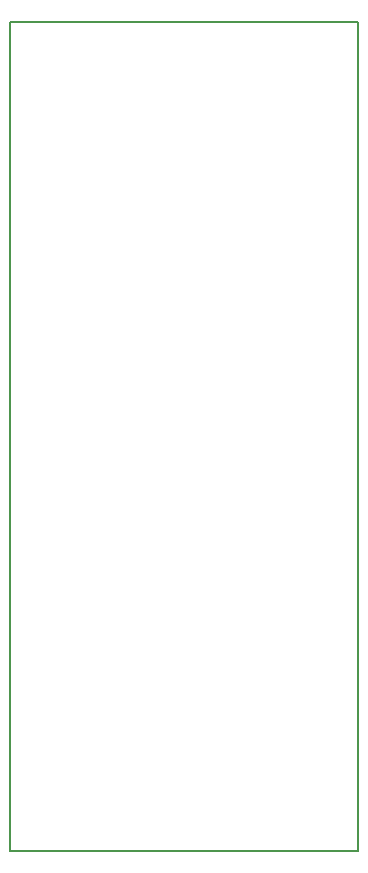
<source format=gbr>
G04 #@! TF.FileFunction,Profile,NP*
%FSLAX46Y46*%
G04 Gerber Fmt 4.6, Leading zero omitted, Abs format (unit mm)*
G04 Created by KiCad (PCBNEW 4.0.5) date 03/28/17 16:53:09*
%MOMM*%
%LPD*%
G01*
G04 APERTURE LIST*
%ADD10C,0.100000*%
%ADD11C,0.150000*%
G04 APERTURE END LIST*
D10*
D11*
X154250000Y-50500000D02*
X154250000Y-120750000D01*
X124750000Y-120750000D02*
X154250000Y-120750000D01*
X124750000Y-50500000D02*
X124750000Y-120750000D01*
X124750000Y-50500000D02*
X154250000Y-50500000D01*
M02*

</source>
